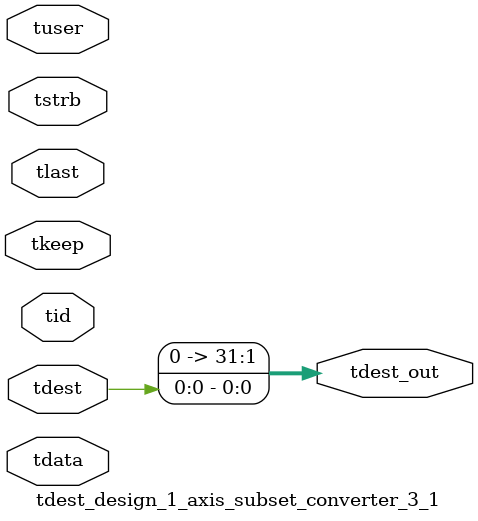
<source format=v>


`timescale 1ps/1ps

module tdest_design_1_axis_subset_converter_3_1 #
(
parameter C_S_AXIS_TDATA_WIDTH = 32,
parameter C_S_AXIS_TUSER_WIDTH = 0,
parameter C_S_AXIS_TID_WIDTH   = 0,
parameter C_S_AXIS_TDEST_WIDTH = 0,
parameter C_M_AXIS_TDEST_WIDTH = 32
)
(
input  [(C_S_AXIS_TDATA_WIDTH == 0 ? 1 : C_S_AXIS_TDATA_WIDTH)-1:0     ] tdata,
input  [(C_S_AXIS_TUSER_WIDTH == 0 ? 1 : C_S_AXIS_TUSER_WIDTH)-1:0     ] tuser,
input  [(C_S_AXIS_TID_WIDTH   == 0 ? 1 : C_S_AXIS_TID_WIDTH)-1:0       ] tid,
input  [(C_S_AXIS_TDEST_WIDTH == 0 ? 1 : C_S_AXIS_TDEST_WIDTH)-1:0     ] tdest,
input  [(C_S_AXIS_TDATA_WIDTH/8)-1:0 ] tkeep,
input  [(C_S_AXIS_TDATA_WIDTH/8)-1:0 ] tstrb,
input                                                                    tlast,
output [C_M_AXIS_TDEST_WIDTH-1:0] tdest_out
);

assign tdest_out = {tdest[0:0]};

endmodule


</source>
